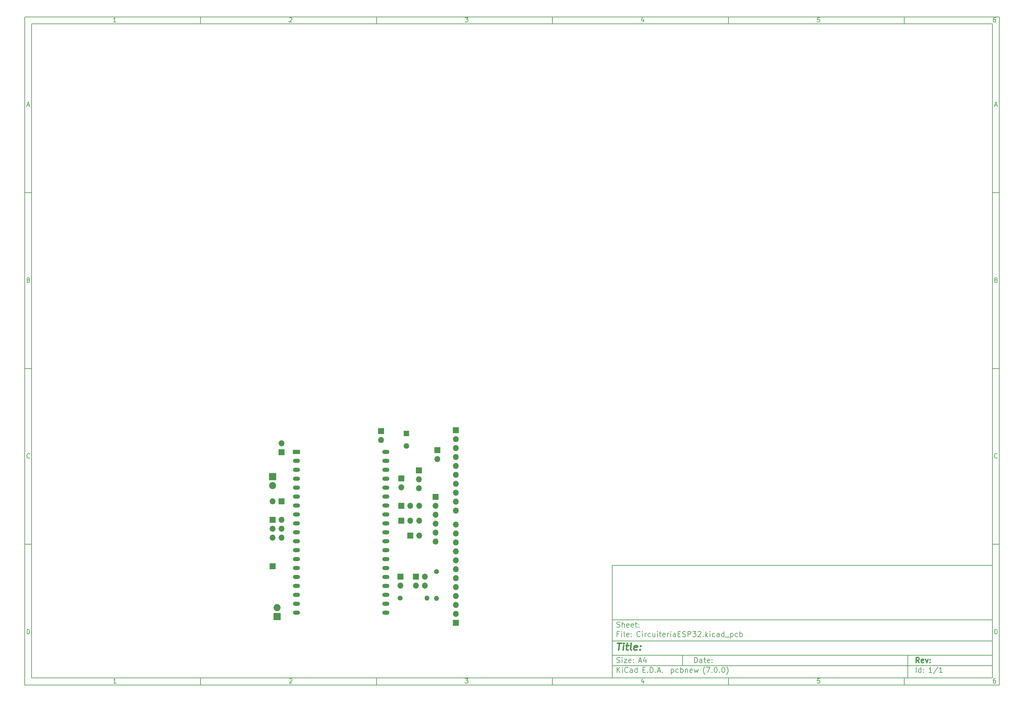
<source format=gbr>
%TF.GenerationSoftware,KiCad,Pcbnew,(7.0.0)*%
%TF.CreationDate,2023-05-17T11:18:48+02:00*%
%TF.ProjectId,CircuiteriaESP32,43697263-7569-4746-9572-696145535033,rev?*%
%TF.SameCoordinates,Original*%
%TF.FileFunction,Soldermask,Bot*%
%TF.FilePolarity,Negative*%
%FSLAX46Y46*%
G04 Gerber Fmt 4.6, Leading zero omitted, Abs format (unit mm)*
G04 Created by KiCad (PCBNEW (7.0.0)) date 2023-05-17 11:18:48*
%MOMM*%
%LPD*%
G01*
G04 APERTURE LIST*
%ADD10C,0.100000*%
%ADD11C,0.150000*%
%ADD12C,0.300000*%
%ADD13C,0.400000*%
%ADD14R,1.700000X1.700000*%
%ADD15O,1.700000X1.700000*%
%ADD16C,1.400000*%
%ADD17O,1.400000X1.400000*%
%ADD18R,2.000000X2.000000*%
%ADD19O,2.000000X2.000000*%
%ADD20R,1.600000X1.600000*%
%ADD21C,1.600000*%
%ADD22R,2.000000X1.200000*%
%ADD23O,2.000000X1.200000*%
G04 APERTURE END LIST*
D10*
D11*
X177002200Y-166007200D02*
X285002200Y-166007200D01*
X285002200Y-198007200D01*
X177002200Y-198007200D01*
X177002200Y-166007200D01*
D10*
D11*
X10000000Y-10000000D02*
X287002200Y-10000000D01*
X287002200Y-200007200D01*
X10000000Y-200007200D01*
X10000000Y-10000000D01*
D10*
D11*
X12000000Y-12000000D02*
X285002200Y-12000000D01*
X285002200Y-198007200D01*
X12000000Y-198007200D01*
X12000000Y-12000000D01*
D10*
D11*
X60000000Y-12000000D02*
X60000000Y-10000000D01*
D10*
D11*
X110000000Y-12000000D02*
X110000000Y-10000000D01*
D10*
D11*
X160000000Y-12000000D02*
X160000000Y-10000000D01*
D10*
D11*
X210000000Y-12000000D02*
X210000000Y-10000000D01*
D10*
D11*
X260000000Y-12000000D02*
X260000000Y-10000000D01*
D10*
D11*
X35990476Y-11477595D02*
X35247619Y-11477595D01*
X35619047Y-11477595D02*
X35619047Y-10177595D01*
X35619047Y-10177595D02*
X35495238Y-10363309D01*
X35495238Y-10363309D02*
X35371428Y-10487119D01*
X35371428Y-10487119D02*
X35247619Y-10549023D01*
D10*
D11*
X85247619Y-10301404D02*
X85309523Y-10239500D01*
X85309523Y-10239500D02*
X85433333Y-10177595D01*
X85433333Y-10177595D02*
X85742857Y-10177595D01*
X85742857Y-10177595D02*
X85866666Y-10239500D01*
X85866666Y-10239500D02*
X85928571Y-10301404D01*
X85928571Y-10301404D02*
X85990476Y-10425214D01*
X85990476Y-10425214D02*
X85990476Y-10549023D01*
X85990476Y-10549023D02*
X85928571Y-10734738D01*
X85928571Y-10734738D02*
X85185714Y-11477595D01*
X85185714Y-11477595D02*
X85990476Y-11477595D01*
D10*
D11*
X135185714Y-10177595D02*
X135990476Y-10177595D01*
X135990476Y-10177595D02*
X135557142Y-10672833D01*
X135557142Y-10672833D02*
X135742857Y-10672833D01*
X135742857Y-10672833D02*
X135866666Y-10734738D01*
X135866666Y-10734738D02*
X135928571Y-10796642D01*
X135928571Y-10796642D02*
X135990476Y-10920452D01*
X135990476Y-10920452D02*
X135990476Y-11229976D01*
X135990476Y-11229976D02*
X135928571Y-11353785D01*
X135928571Y-11353785D02*
X135866666Y-11415690D01*
X135866666Y-11415690D02*
X135742857Y-11477595D01*
X135742857Y-11477595D02*
X135371428Y-11477595D01*
X135371428Y-11477595D02*
X135247619Y-11415690D01*
X135247619Y-11415690D02*
X135185714Y-11353785D01*
D10*
D11*
X185866666Y-10610928D02*
X185866666Y-11477595D01*
X185557142Y-10115690D02*
X185247619Y-11044261D01*
X185247619Y-11044261D02*
X186052380Y-11044261D01*
D10*
D11*
X235928571Y-10177595D02*
X235309523Y-10177595D01*
X235309523Y-10177595D02*
X235247619Y-10796642D01*
X235247619Y-10796642D02*
X235309523Y-10734738D01*
X235309523Y-10734738D02*
X235433333Y-10672833D01*
X235433333Y-10672833D02*
X235742857Y-10672833D01*
X235742857Y-10672833D02*
X235866666Y-10734738D01*
X235866666Y-10734738D02*
X235928571Y-10796642D01*
X235928571Y-10796642D02*
X235990476Y-10920452D01*
X235990476Y-10920452D02*
X235990476Y-11229976D01*
X235990476Y-11229976D02*
X235928571Y-11353785D01*
X235928571Y-11353785D02*
X235866666Y-11415690D01*
X235866666Y-11415690D02*
X235742857Y-11477595D01*
X235742857Y-11477595D02*
X235433333Y-11477595D01*
X235433333Y-11477595D02*
X235309523Y-11415690D01*
X235309523Y-11415690D02*
X235247619Y-11353785D01*
D10*
D11*
X285866666Y-10177595D02*
X285619047Y-10177595D01*
X285619047Y-10177595D02*
X285495238Y-10239500D01*
X285495238Y-10239500D02*
X285433333Y-10301404D01*
X285433333Y-10301404D02*
X285309523Y-10487119D01*
X285309523Y-10487119D02*
X285247619Y-10734738D01*
X285247619Y-10734738D02*
X285247619Y-11229976D01*
X285247619Y-11229976D02*
X285309523Y-11353785D01*
X285309523Y-11353785D02*
X285371428Y-11415690D01*
X285371428Y-11415690D02*
X285495238Y-11477595D01*
X285495238Y-11477595D02*
X285742857Y-11477595D01*
X285742857Y-11477595D02*
X285866666Y-11415690D01*
X285866666Y-11415690D02*
X285928571Y-11353785D01*
X285928571Y-11353785D02*
X285990476Y-11229976D01*
X285990476Y-11229976D02*
X285990476Y-10920452D01*
X285990476Y-10920452D02*
X285928571Y-10796642D01*
X285928571Y-10796642D02*
X285866666Y-10734738D01*
X285866666Y-10734738D02*
X285742857Y-10672833D01*
X285742857Y-10672833D02*
X285495238Y-10672833D01*
X285495238Y-10672833D02*
X285371428Y-10734738D01*
X285371428Y-10734738D02*
X285309523Y-10796642D01*
X285309523Y-10796642D02*
X285247619Y-10920452D01*
D10*
D11*
X60000000Y-198007200D02*
X60000000Y-200007200D01*
D10*
D11*
X110000000Y-198007200D02*
X110000000Y-200007200D01*
D10*
D11*
X160000000Y-198007200D02*
X160000000Y-200007200D01*
D10*
D11*
X210000000Y-198007200D02*
X210000000Y-200007200D01*
D10*
D11*
X260000000Y-198007200D02*
X260000000Y-200007200D01*
D10*
D11*
X35990476Y-199484795D02*
X35247619Y-199484795D01*
X35619047Y-199484795D02*
X35619047Y-198184795D01*
X35619047Y-198184795D02*
X35495238Y-198370509D01*
X35495238Y-198370509D02*
X35371428Y-198494319D01*
X35371428Y-198494319D02*
X35247619Y-198556223D01*
D10*
D11*
X85247619Y-198308604D02*
X85309523Y-198246700D01*
X85309523Y-198246700D02*
X85433333Y-198184795D01*
X85433333Y-198184795D02*
X85742857Y-198184795D01*
X85742857Y-198184795D02*
X85866666Y-198246700D01*
X85866666Y-198246700D02*
X85928571Y-198308604D01*
X85928571Y-198308604D02*
X85990476Y-198432414D01*
X85990476Y-198432414D02*
X85990476Y-198556223D01*
X85990476Y-198556223D02*
X85928571Y-198741938D01*
X85928571Y-198741938D02*
X85185714Y-199484795D01*
X85185714Y-199484795D02*
X85990476Y-199484795D01*
D10*
D11*
X135185714Y-198184795D02*
X135990476Y-198184795D01*
X135990476Y-198184795D02*
X135557142Y-198680033D01*
X135557142Y-198680033D02*
X135742857Y-198680033D01*
X135742857Y-198680033D02*
X135866666Y-198741938D01*
X135866666Y-198741938D02*
X135928571Y-198803842D01*
X135928571Y-198803842D02*
X135990476Y-198927652D01*
X135990476Y-198927652D02*
X135990476Y-199237176D01*
X135990476Y-199237176D02*
X135928571Y-199360985D01*
X135928571Y-199360985D02*
X135866666Y-199422890D01*
X135866666Y-199422890D02*
X135742857Y-199484795D01*
X135742857Y-199484795D02*
X135371428Y-199484795D01*
X135371428Y-199484795D02*
X135247619Y-199422890D01*
X135247619Y-199422890D02*
X135185714Y-199360985D01*
D10*
D11*
X185866666Y-198618128D02*
X185866666Y-199484795D01*
X185557142Y-198122890D02*
X185247619Y-199051461D01*
X185247619Y-199051461D02*
X186052380Y-199051461D01*
D10*
D11*
X235928571Y-198184795D02*
X235309523Y-198184795D01*
X235309523Y-198184795D02*
X235247619Y-198803842D01*
X235247619Y-198803842D02*
X235309523Y-198741938D01*
X235309523Y-198741938D02*
X235433333Y-198680033D01*
X235433333Y-198680033D02*
X235742857Y-198680033D01*
X235742857Y-198680033D02*
X235866666Y-198741938D01*
X235866666Y-198741938D02*
X235928571Y-198803842D01*
X235928571Y-198803842D02*
X235990476Y-198927652D01*
X235990476Y-198927652D02*
X235990476Y-199237176D01*
X235990476Y-199237176D02*
X235928571Y-199360985D01*
X235928571Y-199360985D02*
X235866666Y-199422890D01*
X235866666Y-199422890D02*
X235742857Y-199484795D01*
X235742857Y-199484795D02*
X235433333Y-199484795D01*
X235433333Y-199484795D02*
X235309523Y-199422890D01*
X235309523Y-199422890D02*
X235247619Y-199360985D01*
D10*
D11*
X285866666Y-198184795D02*
X285619047Y-198184795D01*
X285619047Y-198184795D02*
X285495238Y-198246700D01*
X285495238Y-198246700D02*
X285433333Y-198308604D01*
X285433333Y-198308604D02*
X285309523Y-198494319D01*
X285309523Y-198494319D02*
X285247619Y-198741938D01*
X285247619Y-198741938D02*
X285247619Y-199237176D01*
X285247619Y-199237176D02*
X285309523Y-199360985D01*
X285309523Y-199360985D02*
X285371428Y-199422890D01*
X285371428Y-199422890D02*
X285495238Y-199484795D01*
X285495238Y-199484795D02*
X285742857Y-199484795D01*
X285742857Y-199484795D02*
X285866666Y-199422890D01*
X285866666Y-199422890D02*
X285928571Y-199360985D01*
X285928571Y-199360985D02*
X285990476Y-199237176D01*
X285990476Y-199237176D02*
X285990476Y-198927652D01*
X285990476Y-198927652D02*
X285928571Y-198803842D01*
X285928571Y-198803842D02*
X285866666Y-198741938D01*
X285866666Y-198741938D02*
X285742857Y-198680033D01*
X285742857Y-198680033D02*
X285495238Y-198680033D01*
X285495238Y-198680033D02*
X285371428Y-198741938D01*
X285371428Y-198741938D02*
X285309523Y-198803842D01*
X285309523Y-198803842D02*
X285247619Y-198927652D01*
D10*
D11*
X10000000Y-60000000D02*
X12000000Y-60000000D01*
D10*
D11*
X10000000Y-110000000D02*
X12000000Y-110000000D01*
D10*
D11*
X10000000Y-160000000D02*
X12000000Y-160000000D01*
D10*
D11*
X10690476Y-35106166D02*
X11309523Y-35106166D01*
X10566666Y-35477595D02*
X10999999Y-34177595D01*
X10999999Y-34177595D02*
X11433333Y-35477595D01*
D10*
D11*
X11092857Y-84796642D02*
X11278571Y-84858547D01*
X11278571Y-84858547D02*
X11340476Y-84920452D01*
X11340476Y-84920452D02*
X11402380Y-85044261D01*
X11402380Y-85044261D02*
X11402380Y-85229976D01*
X11402380Y-85229976D02*
X11340476Y-85353785D01*
X11340476Y-85353785D02*
X11278571Y-85415690D01*
X11278571Y-85415690D02*
X11154761Y-85477595D01*
X11154761Y-85477595D02*
X10659523Y-85477595D01*
X10659523Y-85477595D02*
X10659523Y-84177595D01*
X10659523Y-84177595D02*
X11092857Y-84177595D01*
X11092857Y-84177595D02*
X11216666Y-84239500D01*
X11216666Y-84239500D02*
X11278571Y-84301404D01*
X11278571Y-84301404D02*
X11340476Y-84425214D01*
X11340476Y-84425214D02*
X11340476Y-84549023D01*
X11340476Y-84549023D02*
X11278571Y-84672833D01*
X11278571Y-84672833D02*
X11216666Y-84734738D01*
X11216666Y-84734738D02*
X11092857Y-84796642D01*
X11092857Y-84796642D02*
X10659523Y-84796642D01*
D10*
D11*
X11402380Y-135353785D02*
X11340476Y-135415690D01*
X11340476Y-135415690D02*
X11154761Y-135477595D01*
X11154761Y-135477595D02*
X11030952Y-135477595D01*
X11030952Y-135477595D02*
X10845238Y-135415690D01*
X10845238Y-135415690D02*
X10721428Y-135291880D01*
X10721428Y-135291880D02*
X10659523Y-135168071D01*
X10659523Y-135168071D02*
X10597619Y-134920452D01*
X10597619Y-134920452D02*
X10597619Y-134734738D01*
X10597619Y-134734738D02*
X10659523Y-134487119D01*
X10659523Y-134487119D02*
X10721428Y-134363309D01*
X10721428Y-134363309D02*
X10845238Y-134239500D01*
X10845238Y-134239500D02*
X11030952Y-134177595D01*
X11030952Y-134177595D02*
X11154761Y-134177595D01*
X11154761Y-134177595D02*
X11340476Y-134239500D01*
X11340476Y-134239500D02*
X11402380Y-134301404D01*
D10*
D11*
X10659523Y-185477595D02*
X10659523Y-184177595D01*
X10659523Y-184177595D02*
X10969047Y-184177595D01*
X10969047Y-184177595D02*
X11154761Y-184239500D01*
X11154761Y-184239500D02*
X11278571Y-184363309D01*
X11278571Y-184363309D02*
X11340476Y-184487119D01*
X11340476Y-184487119D02*
X11402380Y-184734738D01*
X11402380Y-184734738D02*
X11402380Y-184920452D01*
X11402380Y-184920452D02*
X11340476Y-185168071D01*
X11340476Y-185168071D02*
X11278571Y-185291880D01*
X11278571Y-185291880D02*
X11154761Y-185415690D01*
X11154761Y-185415690D02*
X10969047Y-185477595D01*
X10969047Y-185477595D02*
X10659523Y-185477595D01*
D10*
D11*
X287002200Y-60000000D02*
X285002200Y-60000000D01*
D10*
D11*
X287002200Y-110000000D02*
X285002200Y-110000000D01*
D10*
D11*
X287002200Y-160000000D02*
X285002200Y-160000000D01*
D10*
D11*
X285692676Y-35106166D02*
X286311723Y-35106166D01*
X285568866Y-35477595D02*
X286002199Y-34177595D01*
X286002199Y-34177595D02*
X286435533Y-35477595D01*
D10*
D11*
X286095057Y-84796642D02*
X286280771Y-84858547D01*
X286280771Y-84858547D02*
X286342676Y-84920452D01*
X286342676Y-84920452D02*
X286404580Y-85044261D01*
X286404580Y-85044261D02*
X286404580Y-85229976D01*
X286404580Y-85229976D02*
X286342676Y-85353785D01*
X286342676Y-85353785D02*
X286280771Y-85415690D01*
X286280771Y-85415690D02*
X286156961Y-85477595D01*
X286156961Y-85477595D02*
X285661723Y-85477595D01*
X285661723Y-85477595D02*
X285661723Y-84177595D01*
X285661723Y-84177595D02*
X286095057Y-84177595D01*
X286095057Y-84177595D02*
X286218866Y-84239500D01*
X286218866Y-84239500D02*
X286280771Y-84301404D01*
X286280771Y-84301404D02*
X286342676Y-84425214D01*
X286342676Y-84425214D02*
X286342676Y-84549023D01*
X286342676Y-84549023D02*
X286280771Y-84672833D01*
X286280771Y-84672833D02*
X286218866Y-84734738D01*
X286218866Y-84734738D02*
X286095057Y-84796642D01*
X286095057Y-84796642D02*
X285661723Y-84796642D01*
D10*
D11*
X286404580Y-135353785D02*
X286342676Y-135415690D01*
X286342676Y-135415690D02*
X286156961Y-135477595D01*
X286156961Y-135477595D02*
X286033152Y-135477595D01*
X286033152Y-135477595D02*
X285847438Y-135415690D01*
X285847438Y-135415690D02*
X285723628Y-135291880D01*
X285723628Y-135291880D02*
X285661723Y-135168071D01*
X285661723Y-135168071D02*
X285599819Y-134920452D01*
X285599819Y-134920452D02*
X285599819Y-134734738D01*
X285599819Y-134734738D02*
X285661723Y-134487119D01*
X285661723Y-134487119D02*
X285723628Y-134363309D01*
X285723628Y-134363309D02*
X285847438Y-134239500D01*
X285847438Y-134239500D02*
X286033152Y-134177595D01*
X286033152Y-134177595D02*
X286156961Y-134177595D01*
X286156961Y-134177595D02*
X286342676Y-134239500D01*
X286342676Y-134239500D02*
X286404580Y-134301404D01*
D10*
D11*
X285661723Y-185477595D02*
X285661723Y-184177595D01*
X285661723Y-184177595D02*
X285971247Y-184177595D01*
X285971247Y-184177595D02*
X286156961Y-184239500D01*
X286156961Y-184239500D02*
X286280771Y-184363309D01*
X286280771Y-184363309D02*
X286342676Y-184487119D01*
X286342676Y-184487119D02*
X286404580Y-184734738D01*
X286404580Y-184734738D02*
X286404580Y-184920452D01*
X286404580Y-184920452D02*
X286342676Y-185168071D01*
X286342676Y-185168071D02*
X286280771Y-185291880D01*
X286280771Y-185291880D02*
X286156961Y-185415690D01*
X286156961Y-185415690D02*
X285971247Y-185477595D01*
X285971247Y-185477595D02*
X285661723Y-185477595D01*
D10*
D11*
X200359342Y-193658271D02*
X200359342Y-192158271D01*
X200359342Y-192158271D02*
X200716485Y-192158271D01*
X200716485Y-192158271D02*
X200930771Y-192229700D01*
X200930771Y-192229700D02*
X201073628Y-192372557D01*
X201073628Y-192372557D02*
X201145057Y-192515414D01*
X201145057Y-192515414D02*
X201216485Y-192801128D01*
X201216485Y-192801128D02*
X201216485Y-193015414D01*
X201216485Y-193015414D02*
X201145057Y-193301128D01*
X201145057Y-193301128D02*
X201073628Y-193443985D01*
X201073628Y-193443985D02*
X200930771Y-193586842D01*
X200930771Y-193586842D02*
X200716485Y-193658271D01*
X200716485Y-193658271D02*
X200359342Y-193658271D01*
X202502200Y-193658271D02*
X202502200Y-192872557D01*
X202502200Y-192872557D02*
X202430771Y-192729700D01*
X202430771Y-192729700D02*
X202287914Y-192658271D01*
X202287914Y-192658271D02*
X202002200Y-192658271D01*
X202002200Y-192658271D02*
X201859342Y-192729700D01*
X202502200Y-193586842D02*
X202359342Y-193658271D01*
X202359342Y-193658271D02*
X202002200Y-193658271D01*
X202002200Y-193658271D02*
X201859342Y-193586842D01*
X201859342Y-193586842D02*
X201787914Y-193443985D01*
X201787914Y-193443985D02*
X201787914Y-193301128D01*
X201787914Y-193301128D02*
X201859342Y-193158271D01*
X201859342Y-193158271D02*
X202002200Y-193086842D01*
X202002200Y-193086842D02*
X202359342Y-193086842D01*
X202359342Y-193086842D02*
X202502200Y-193015414D01*
X203002200Y-192658271D02*
X203573628Y-192658271D01*
X203216485Y-192158271D02*
X203216485Y-193443985D01*
X203216485Y-193443985D02*
X203287914Y-193586842D01*
X203287914Y-193586842D02*
X203430771Y-193658271D01*
X203430771Y-193658271D02*
X203573628Y-193658271D01*
X204645057Y-193586842D02*
X204502200Y-193658271D01*
X204502200Y-193658271D02*
X204216486Y-193658271D01*
X204216486Y-193658271D02*
X204073628Y-193586842D01*
X204073628Y-193586842D02*
X204002200Y-193443985D01*
X204002200Y-193443985D02*
X204002200Y-192872557D01*
X204002200Y-192872557D02*
X204073628Y-192729700D01*
X204073628Y-192729700D02*
X204216486Y-192658271D01*
X204216486Y-192658271D02*
X204502200Y-192658271D01*
X204502200Y-192658271D02*
X204645057Y-192729700D01*
X204645057Y-192729700D02*
X204716486Y-192872557D01*
X204716486Y-192872557D02*
X204716486Y-193015414D01*
X204716486Y-193015414D02*
X204002200Y-193158271D01*
X205359342Y-193515414D02*
X205430771Y-193586842D01*
X205430771Y-193586842D02*
X205359342Y-193658271D01*
X205359342Y-193658271D02*
X205287914Y-193586842D01*
X205287914Y-193586842D02*
X205359342Y-193515414D01*
X205359342Y-193515414D02*
X205359342Y-193658271D01*
X205359342Y-192729700D02*
X205430771Y-192801128D01*
X205430771Y-192801128D02*
X205359342Y-192872557D01*
X205359342Y-192872557D02*
X205287914Y-192801128D01*
X205287914Y-192801128D02*
X205359342Y-192729700D01*
X205359342Y-192729700D02*
X205359342Y-192872557D01*
D10*
D11*
X177002200Y-194507200D02*
X285002200Y-194507200D01*
D10*
D11*
X178359342Y-196458271D02*
X178359342Y-194958271D01*
X179216485Y-196458271D02*
X178573628Y-195601128D01*
X179216485Y-194958271D02*
X178359342Y-195815414D01*
X179859342Y-196458271D02*
X179859342Y-195458271D01*
X179859342Y-194958271D02*
X179787914Y-195029700D01*
X179787914Y-195029700D02*
X179859342Y-195101128D01*
X179859342Y-195101128D02*
X179930771Y-195029700D01*
X179930771Y-195029700D02*
X179859342Y-194958271D01*
X179859342Y-194958271D02*
X179859342Y-195101128D01*
X181430771Y-196315414D02*
X181359343Y-196386842D01*
X181359343Y-196386842D02*
X181145057Y-196458271D01*
X181145057Y-196458271D02*
X181002200Y-196458271D01*
X181002200Y-196458271D02*
X180787914Y-196386842D01*
X180787914Y-196386842D02*
X180645057Y-196243985D01*
X180645057Y-196243985D02*
X180573628Y-196101128D01*
X180573628Y-196101128D02*
X180502200Y-195815414D01*
X180502200Y-195815414D02*
X180502200Y-195601128D01*
X180502200Y-195601128D02*
X180573628Y-195315414D01*
X180573628Y-195315414D02*
X180645057Y-195172557D01*
X180645057Y-195172557D02*
X180787914Y-195029700D01*
X180787914Y-195029700D02*
X181002200Y-194958271D01*
X181002200Y-194958271D02*
X181145057Y-194958271D01*
X181145057Y-194958271D02*
X181359343Y-195029700D01*
X181359343Y-195029700D02*
X181430771Y-195101128D01*
X182716486Y-196458271D02*
X182716486Y-195672557D01*
X182716486Y-195672557D02*
X182645057Y-195529700D01*
X182645057Y-195529700D02*
X182502200Y-195458271D01*
X182502200Y-195458271D02*
X182216486Y-195458271D01*
X182216486Y-195458271D02*
X182073628Y-195529700D01*
X182716486Y-196386842D02*
X182573628Y-196458271D01*
X182573628Y-196458271D02*
X182216486Y-196458271D01*
X182216486Y-196458271D02*
X182073628Y-196386842D01*
X182073628Y-196386842D02*
X182002200Y-196243985D01*
X182002200Y-196243985D02*
X182002200Y-196101128D01*
X182002200Y-196101128D02*
X182073628Y-195958271D01*
X182073628Y-195958271D02*
X182216486Y-195886842D01*
X182216486Y-195886842D02*
X182573628Y-195886842D01*
X182573628Y-195886842D02*
X182716486Y-195815414D01*
X184073629Y-196458271D02*
X184073629Y-194958271D01*
X184073629Y-196386842D02*
X183930771Y-196458271D01*
X183930771Y-196458271D02*
X183645057Y-196458271D01*
X183645057Y-196458271D02*
X183502200Y-196386842D01*
X183502200Y-196386842D02*
X183430771Y-196315414D01*
X183430771Y-196315414D02*
X183359343Y-196172557D01*
X183359343Y-196172557D02*
X183359343Y-195743985D01*
X183359343Y-195743985D02*
X183430771Y-195601128D01*
X183430771Y-195601128D02*
X183502200Y-195529700D01*
X183502200Y-195529700D02*
X183645057Y-195458271D01*
X183645057Y-195458271D02*
X183930771Y-195458271D01*
X183930771Y-195458271D02*
X184073629Y-195529700D01*
X185687914Y-195672557D02*
X186187914Y-195672557D01*
X186402200Y-196458271D02*
X185687914Y-196458271D01*
X185687914Y-196458271D02*
X185687914Y-194958271D01*
X185687914Y-194958271D02*
X186402200Y-194958271D01*
X187045057Y-196315414D02*
X187116486Y-196386842D01*
X187116486Y-196386842D02*
X187045057Y-196458271D01*
X187045057Y-196458271D02*
X186973629Y-196386842D01*
X186973629Y-196386842D02*
X187045057Y-196315414D01*
X187045057Y-196315414D02*
X187045057Y-196458271D01*
X187759343Y-196458271D02*
X187759343Y-194958271D01*
X187759343Y-194958271D02*
X188116486Y-194958271D01*
X188116486Y-194958271D02*
X188330772Y-195029700D01*
X188330772Y-195029700D02*
X188473629Y-195172557D01*
X188473629Y-195172557D02*
X188545058Y-195315414D01*
X188545058Y-195315414D02*
X188616486Y-195601128D01*
X188616486Y-195601128D02*
X188616486Y-195815414D01*
X188616486Y-195815414D02*
X188545058Y-196101128D01*
X188545058Y-196101128D02*
X188473629Y-196243985D01*
X188473629Y-196243985D02*
X188330772Y-196386842D01*
X188330772Y-196386842D02*
X188116486Y-196458271D01*
X188116486Y-196458271D02*
X187759343Y-196458271D01*
X189259343Y-196315414D02*
X189330772Y-196386842D01*
X189330772Y-196386842D02*
X189259343Y-196458271D01*
X189259343Y-196458271D02*
X189187915Y-196386842D01*
X189187915Y-196386842D02*
X189259343Y-196315414D01*
X189259343Y-196315414D02*
X189259343Y-196458271D01*
X189902201Y-196029700D02*
X190616487Y-196029700D01*
X189759344Y-196458271D02*
X190259344Y-194958271D01*
X190259344Y-194958271D02*
X190759344Y-196458271D01*
X191259343Y-196315414D02*
X191330772Y-196386842D01*
X191330772Y-196386842D02*
X191259343Y-196458271D01*
X191259343Y-196458271D02*
X191187915Y-196386842D01*
X191187915Y-196386842D02*
X191259343Y-196315414D01*
X191259343Y-196315414D02*
X191259343Y-196458271D01*
X193773629Y-195458271D02*
X193773629Y-196958271D01*
X193773629Y-195529700D02*
X193916487Y-195458271D01*
X193916487Y-195458271D02*
X194202201Y-195458271D01*
X194202201Y-195458271D02*
X194345058Y-195529700D01*
X194345058Y-195529700D02*
X194416487Y-195601128D01*
X194416487Y-195601128D02*
X194487915Y-195743985D01*
X194487915Y-195743985D02*
X194487915Y-196172557D01*
X194487915Y-196172557D02*
X194416487Y-196315414D01*
X194416487Y-196315414D02*
X194345058Y-196386842D01*
X194345058Y-196386842D02*
X194202201Y-196458271D01*
X194202201Y-196458271D02*
X193916487Y-196458271D01*
X193916487Y-196458271D02*
X193773629Y-196386842D01*
X195773630Y-196386842D02*
X195630772Y-196458271D01*
X195630772Y-196458271D02*
X195345058Y-196458271D01*
X195345058Y-196458271D02*
X195202201Y-196386842D01*
X195202201Y-196386842D02*
X195130772Y-196315414D01*
X195130772Y-196315414D02*
X195059344Y-196172557D01*
X195059344Y-196172557D02*
X195059344Y-195743985D01*
X195059344Y-195743985D02*
X195130772Y-195601128D01*
X195130772Y-195601128D02*
X195202201Y-195529700D01*
X195202201Y-195529700D02*
X195345058Y-195458271D01*
X195345058Y-195458271D02*
X195630772Y-195458271D01*
X195630772Y-195458271D02*
X195773630Y-195529700D01*
X196416486Y-196458271D02*
X196416486Y-194958271D01*
X196416486Y-195529700D02*
X196559344Y-195458271D01*
X196559344Y-195458271D02*
X196845058Y-195458271D01*
X196845058Y-195458271D02*
X196987915Y-195529700D01*
X196987915Y-195529700D02*
X197059344Y-195601128D01*
X197059344Y-195601128D02*
X197130772Y-195743985D01*
X197130772Y-195743985D02*
X197130772Y-196172557D01*
X197130772Y-196172557D02*
X197059344Y-196315414D01*
X197059344Y-196315414D02*
X196987915Y-196386842D01*
X196987915Y-196386842D02*
X196845058Y-196458271D01*
X196845058Y-196458271D02*
X196559344Y-196458271D01*
X196559344Y-196458271D02*
X196416486Y-196386842D01*
X197773629Y-195458271D02*
X197773629Y-196458271D01*
X197773629Y-195601128D02*
X197845058Y-195529700D01*
X197845058Y-195529700D02*
X197987915Y-195458271D01*
X197987915Y-195458271D02*
X198202201Y-195458271D01*
X198202201Y-195458271D02*
X198345058Y-195529700D01*
X198345058Y-195529700D02*
X198416487Y-195672557D01*
X198416487Y-195672557D02*
X198416487Y-196458271D01*
X199702201Y-196386842D02*
X199559344Y-196458271D01*
X199559344Y-196458271D02*
X199273630Y-196458271D01*
X199273630Y-196458271D02*
X199130772Y-196386842D01*
X199130772Y-196386842D02*
X199059344Y-196243985D01*
X199059344Y-196243985D02*
X199059344Y-195672557D01*
X199059344Y-195672557D02*
X199130772Y-195529700D01*
X199130772Y-195529700D02*
X199273630Y-195458271D01*
X199273630Y-195458271D02*
X199559344Y-195458271D01*
X199559344Y-195458271D02*
X199702201Y-195529700D01*
X199702201Y-195529700D02*
X199773630Y-195672557D01*
X199773630Y-195672557D02*
X199773630Y-195815414D01*
X199773630Y-195815414D02*
X199059344Y-195958271D01*
X200273629Y-195458271D02*
X200559344Y-196458271D01*
X200559344Y-196458271D02*
X200845058Y-195743985D01*
X200845058Y-195743985D02*
X201130772Y-196458271D01*
X201130772Y-196458271D02*
X201416486Y-195458271D01*
X203316487Y-197029700D02*
X203245058Y-196958271D01*
X203245058Y-196958271D02*
X203102201Y-196743985D01*
X203102201Y-196743985D02*
X203030773Y-196601128D01*
X203030773Y-196601128D02*
X202959344Y-196386842D01*
X202959344Y-196386842D02*
X202887915Y-196029700D01*
X202887915Y-196029700D02*
X202887915Y-195743985D01*
X202887915Y-195743985D02*
X202959344Y-195386842D01*
X202959344Y-195386842D02*
X203030773Y-195172557D01*
X203030773Y-195172557D02*
X203102201Y-195029700D01*
X203102201Y-195029700D02*
X203245058Y-194815414D01*
X203245058Y-194815414D02*
X203316487Y-194743985D01*
X203745058Y-194958271D02*
X204745058Y-194958271D01*
X204745058Y-194958271D02*
X204102201Y-196458271D01*
X205316486Y-196315414D02*
X205387915Y-196386842D01*
X205387915Y-196386842D02*
X205316486Y-196458271D01*
X205316486Y-196458271D02*
X205245058Y-196386842D01*
X205245058Y-196386842D02*
X205316486Y-196315414D01*
X205316486Y-196315414D02*
X205316486Y-196458271D01*
X206316487Y-194958271D02*
X206459344Y-194958271D01*
X206459344Y-194958271D02*
X206602201Y-195029700D01*
X206602201Y-195029700D02*
X206673630Y-195101128D01*
X206673630Y-195101128D02*
X206745058Y-195243985D01*
X206745058Y-195243985D02*
X206816487Y-195529700D01*
X206816487Y-195529700D02*
X206816487Y-195886842D01*
X206816487Y-195886842D02*
X206745058Y-196172557D01*
X206745058Y-196172557D02*
X206673630Y-196315414D01*
X206673630Y-196315414D02*
X206602201Y-196386842D01*
X206602201Y-196386842D02*
X206459344Y-196458271D01*
X206459344Y-196458271D02*
X206316487Y-196458271D01*
X206316487Y-196458271D02*
X206173630Y-196386842D01*
X206173630Y-196386842D02*
X206102201Y-196315414D01*
X206102201Y-196315414D02*
X206030772Y-196172557D01*
X206030772Y-196172557D02*
X205959344Y-195886842D01*
X205959344Y-195886842D02*
X205959344Y-195529700D01*
X205959344Y-195529700D02*
X206030772Y-195243985D01*
X206030772Y-195243985D02*
X206102201Y-195101128D01*
X206102201Y-195101128D02*
X206173630Y-195029700D01*
X206173630Y-195029700D02*
X206316487Y-194958271D01*
X207459343Y-196315414D02*
X207530772Y-196386842D01*
X207530772Y-196386842D02*
X207459343Y-196458271D01*
X207459343Y-196458271D02*
X207387915Y-196386842D01*
X207387915Y-196386842D02*
X207459343Y-196315414D01*
X207459343Y-196315414D02*
X207459343Y-196458271D01*
X208459344Y-194958271D02*
X208602201Y-194958271D01*
X208602201Y-194958271D02*
X208745058Y-195029700D01*
X208745058Y-195029700D02*
X208816487Y-195101128D01*
X208816487Y-195101128D02*
X208887915Y-195243985D01*
X208887915Y-195243985D02*
X208959344Y-195529700D01*
X208959344Y-195529700D02*
X208959344Y-195886842D01*
X208959344Y-195886842D02*
X208887915Y-196172557D01*
X208887915Y-196172557D02*
X208816487Y-196315414D01*
X208816487Y-196315414D02*
X208745058Y-196386842D01*
X208745058Y-196386842D02*
X208602201Y-196458271D01*
X208602201Y-196458271D02*
X208459344Y-196458271D01*
X208459344Y-196458271D02*
X208316487Y-196386842D01*
X208316487Y-196386842D02*
X208245058Y-196315414D01*
X208245058Y-196315414D02*
X208173629Y-196172557D01*
X208173629Y-196172557D02*
X208102201Y-195886842D01*
X208102201Y-195886842D02*
X208102201Y-195529700D01*
X208102201Y-195529700D02*
X208173629Y-195243985D01*
X208173629Y-195243985D02*
X208245058Y-195101128D01*
X208245058Y-195101128D02*
X208316487Y-195029700D01*
X208316487Y-195029700D02*
X208459344Y-194958271D01*
X209459343Y-197029700D02*
X209530772Y-196958271D01*
X209530772Y-196958271D02*
X209673629Y-196743985D01*
X209673629Y-196743985D02*
X209745058Y-196601128D01*
X209745058Y-196601128D02*
X209816486Y-196386842D01*
X209816486Y-196386842D02*
X209887915Y-196029700D01*
X209887915Y-196029700D02*
X209887915Y-195743985D01*
X209887915Y-195743985D02*
X209816486Y-195386842D01*
X209816486Y-195386842D02*
X209745058Y-195172557D01*
X209745058Y-195172557D02*
X209673629Y-195029700D01*
X209673629Y-195029700D02*
X209530772Y-194815414D01*
X209530772Y-194815414D02*
X209459343Y-194743985D01*
D10*
D11*
X177002200Y-191507200D02*
X285002200Y-191507200D01*
D10*
D12*
X264216485Y-193658271D02*
X263716485Y-192943985D01*
X263359342Y-193658271D02*
X263359342Y-192158271D01*
X263359342Y-192158271D02*
X263930771Y-192158271D01*
X263930771Y-192158271D02*
X264073628Y-192229700D01*
X264073628Y-192229700D02*
X264145057Y-192301128D01*
X264145057Y-192301128D02*
X264216485Y-192443985D01*
X264216485Y-192443985D02*
X264216485Y-192658271D01*
X264216485Y-192658271D02*
X264145057Y-192801128D01*
X264145057Y-192801128D02*
X264073628Y-192872557D01*
X264073628Y-192872557D02*
X263930771Y-192943985D01*
X263930771Y-192943985D02*
X263359342Y-192943985D01*
X265430771Y-193586842D02*
X265287914Y-193658271D01*
X265287914Y-193658271D02*
X265002200Y-193658271D01*
X265002200Y-193658271D02*
X264859342Y-193586842D01*
X264859342Y-193586842D02*
X264787914Y-193443985D01*
X264787914Y-193443985D02*
X264787914Y-192872557D01*
X264787914Y-192872557D02*
X264859342Y-192729700D01*
X264859342Y-192729700D02*
X265002200Y-192658271D01*
X265002200Y-192658271D02*
X265287914Y-192658271D01*
X265287914Y-192658271D02*
X265430771Y-192729700D01*
X265430771Y-192729700D02*
X265502200Y-192872557D01*
X265502200Y-192872557D02*
X265502200Y-193015414D01*
X265502200Y-193015414D02*
X264787914Y-193158271D01*
X266002199Y-192658271D02*
X266359342Y-193658271D01*
X266359342Y-193658271D02*
X266716485Y-192658271D01*
X267287913Y-193515414D02*
X267359342Y-193586842D01*
X267359342Y-193586842D02*
X267287913Y-193658271D01*
X267287913Y-193658271D02*
X267216485Y-193586842D01*
X267216485Y-193586842D02*
X267287913Y-193515414D01*
X267287913Y-193515414D02*
X267287913Y-193658271D01*
X267287913Y-192729700D02*
X267359342Y-192801128D01*
X267359342Y-192801128D02*
X267287913Y-192872557D01*
X267287913Y-192872557D02*
X267216485Y-192801128D01*
X267216485Y-192801128D02*
X267287913Y-192729700D01*
X267287913Y-192729700D02*
X267287913Y-192872557D01*
D10*
D11*
X178287914Y-193586842D02*
X178502200Y-193658271D01*
X178502200Y-193658271D02*
X178859342Y-193658271D01*
X178859342Y-193658271D02*
X179002200Y-193586842D01*
X179002200Y-193586842D02*
X179073628Y-193515414D01*
X179073628Y-193515414D02*
X179145057Y-193372557D01*
X179145057Y-193372557D02*
X179145057Y-193229700D01*
X179145057Y-193229700D02*
X179073628Y-193086842D01*
X179073628Y-193086842D02*
X179002200Y-193015414D01*
X179002200Y-193015414D02*
X178859342Y-192943985D01*
X178859342Y-192943985D02*
X178573628Y-192872557D01*
X178573628Y-192872557D02*
X178430771Y-192801128D01*
X178430771Y-192801128D02*
X178359342Y-192729700D01*
X178359342Y-192729700D02*
X178287914Y-192586842D01*
X178287914Y-192586842D02*
X178287914Y-192443985D01*
X178287914Y-192443985D02*
X178359342Y-192301128D01*
X178359342Y-192301128D02*
X178430771Y-192229700D01*
X178430771Y-192229700D02*
X178573628Y-192158271D01*
X178573628Y-192158271D02*
X178930771Y-192158271D01*
X178930771Y-192158271D02*
X179145057Y-192229700D01*
X179787913Y-193658271D02*
X179787913Y-192658271D01*
X179787913Y-192158271D02*
X179716485Y-192229700D01*
X179716485Y-192229700D02*
X179787913Y-192301128D01*
X179787913Y-192301128D02*
X179859342Y-192229700D01*
X179859342Y-192229700D02*
X179787913Y-192158271D01*
X179787913Y-192158271D02*
X179787913Y-192301128D01*
X180359342Y-192658271D02*
X181145057Y-192658271D01*
X181145057Y-192658271D02*
X180359342Y-193658271D01*
X180359342Y-193658271D02*
X181145057Y-193658271D01*
X182287914Y-193586842D02*
X182145057Y-193658271D01*
X182145057Y-193658271D02*
X181859343Y-193658271D01*
X181859343Y-193658271D02*
X181716485Y-193586842D01*
X181716485Y-193586842D02*
X181645057Y-193443985D01*
X181645057Y-193443985D02*
X181645057Y-192872557D01*
X181645057Y-192872557D02*
X181716485Y-192729700D01*
X181716485Y-192729700D02*
X181859343Y-192658271D01*
X181859343Y-192658271D02*
X182145057Y-192658271D01*
X182145057Y-192658271D02*
X182287914Y-192729700D01*
X182287914Y-192729700D02*
X182359343Y-192872557D01*
X182359343Y-192872557D02*
X182359343Y-193015414D01*
X182359343Y-193015414D02*
X181645057Y-193158271D01*
X183002199Y-193515414D02*
X183073628Y-193586842D01*
X183073628Y-193586842D02*
X183002199Y-193658271D01*
X183002199Y-193658271D02*
X182930771Y-193586842D01*
X182930771Y-193586842D02*
X183002199Y-193515414D01*
X183002199Y-193515414D02*
X183002199Y-193658271D01*
X183002199Y-192729700D02*
X183073628Y-192801128D01*
X183073628Y-192801128D02*
X183002199Y-192872557D01*
X183002199Y-192872557D02*
X182930771Y-192801128D01*
X182930771Y-192801128D02*
X183002199Y-192729700D01*
X183002199Y-192729700D02*
X183002199Y-192872557D01*
X184545057Y-193229700D02*
X185259343Y-193229700D01*
X184402200Y-193658271D02*
X184902200Y-192158271D01*
X184902200Y-192158271D02*
X185402200Y-193658271D01*
X186545057Y-192658271D02*
X186545057Y-193658271D01*
X186187914Y-192086842D02*
X185830771Y-193158271D01*
X185830771Y-193158271D02*
X186759342Y-193158271D01*
D10*
D11*
X263359342Y-196458271D02*
X263359342Y-194958271D01*
X264716486Y-196458271D02*
X264716486Y-194958271D01*
X264716486Y-196386842D02*
X264573628Y-196458271D01*
X264573628Y-196458271D02*
X264287914Y-196458271D01*
X264287914Y-196458271D02*
X264145057Y-196386842D01*
X264145057Y-196386842D02*
X264073628Y-196315414D01*
X264073628Y-196315414D02*
X264002200Y-196172557D01*
X264002200Y-196172557D02*
X264002200Y-195743985D01*
X264002200Y-195743985D02*
X264073628Y-195601128D01*
X264073628Y-195601128D02*
X264145057Y-195529700D01*
X264145057Y-195529700D02*
X264287914Y-195458271D01*
X264287914Y-195458271D02*
X264573628Y-195458271D01*
X264573628Y-195458271D02*
X264716486Y-195529700D01*
X265430771Y-196315414D02*
X265502200Y-196386842D01*
X265502200Y-196386842D02*
X265430771Y-196458271D01*
X265430771Y-196458271D02*
X265359343Y-196386842D01*
X265359343Y-196386842D02*
X265430771Y-196315414D01*
X265430771Y-196315414D02*
X265430771Y-196458271D01*
X265430771Y-195529700D02*
X265502200Y-195601128D01*
X265502200Y-195601128D02*
X265430771Y-195672557D01*
X265430771Y-195672557D02*
X265359343Y-195601128D01*
X265359343Y-195601128D02*
X265430771Y-195529700D01*
X265430771Y-195529700D02*
X265430771Y-195672557D01*
X267830772Y-196458271D02*
X266973629Y-196458271D01*
X267402200Y-196458271D02*
X267402200Y-194958271D01*
X267402200Y-194958271D02*
X267259343Y-195172557D01*
X267259343Y-195172557D02*
X267116486Y-195315414D01*
X267116486Y-195315414D02*
X266973629Y-195386842D01*
X269545057Y-194886842D02*
X268259343Y-196815414D01*
X270830772Y-196458271D02*
X269973629Y-196458271D01*
X270402200Y-196458271D02*
X270402200Y-194958271D01*
X270402200Y-194958271D02*
X270259343Y-195172557D01*
X270259343Y-195172557D02*
X270116486Y-195315414D01*
X270116486Y-195315414D02*
X269973629Y-195386842D01*
D10*
D11*
X177002200Y-187507200D02*
X285002200Y-187507200D01*
D10*
D13*
X178454580Y-188041961D02*
X179597438Y-188041961D01*
X178776009Y-190041961D02*
X179026009Y-188041961D01*
X180014105Y-190041961D02*
X180180771Y-188708628D01*
X180264105Y-188041961D02*
X180156962Y-188137200D01*
X180156962Y-188137200D02*
X180240295Y-188232438D01*
X180240295Y-188232438D02*
X180347438Y-188137200D01*
X180347438Y-188137200D02*
X180264105Y-188041961D01*
X180264105Y-188041961D02*
X180240295Y-188232438D01*
X180847438Y-188708628D02*
X181609343Y-188708628D01*
X181216486Y-188041961D02*
X181002200Y-189756247D01*
X181002200Y-189756247D02*
X181073629Y-189946723D01*
X181073629Y-189946723D02*
X181252200Y-190041961D01*
X181252200Y-190041961D02*
X181442676Y-190041961D01*
X182395057Y-190041961D02*
X182216486Y-189946723D01*
X182216486Y-189946723D02*
X182145057Y-189756247D01*
X182145057Y-189756247D02*
X182359343Y-188041961D01*
X183930771Y-189946723D02*
X183728390Y-190041961D01*
X183728390Y-190041961D02*
X183347438Y-190041961D01*
X183347438Y-190041961D02*
X183168867Y-189946723D01*
X183168867Y-189946723D02*
X183097438Y-189756247D01*
X183097438Y-189756247D02*
X183192676Y-188994342D01*
X183192676Y-188994342D02*
X183311724Y-188803866D01*
X183311724Y-188803866D02*
X183514105Y-188708628D01*
X183514105Y-188708628D02*
X183895057Y-188708628D01*
X183895057Y-188708628D02*
X184073628Y-188803866D01*
X184073628Y-188803866D02*
X184145057Y-188994342D01*
X184145057Y-188994342D02*
X184121247Y-189184819D01*
X184121247Y-189184819D02*
X183145057Y-189375295D01*
X184895057Y-189851485D02*
X184978391Y-189946723D01*
X184978391Y-189946723D02*
X184871248Y-190041961D01*
X184871248Y-190041961D02*
X184787914Y-189946723D01*
X184787914Y-189946723D02*
X184895057Y-189851485D01*
X184895057Y-189851485D02*
X184871248Y-190041961D01*
X185026010Y-188803866D02*
X185109343Y-188899104D01*
X185109343Y-188899104D02*
X185002200Y-188994342D01*
X185002200Y-188994342D02*
X184918867Y-188899104D01*
X184918867Y-188899104D02*
X185026010Y-188803866D01*
X185026010Y-188803866D02*
X185002200Y-188994342D01*
D10*
D11*
X178859342Y-185472557D02*
X178359342Y-185472557D01*
X178359342Y-186258271D02*
X178359342Y-184758271D01*
X178359342Y-184758271D02*
X179073628Y-184758271D01*
X179645056Y-186258271D02*
X179645056Y-185258271D01*
X179645056Y-184758271D02*
X179573628Y-184829700D01*
X179573628Y-184829700D02*
X179645056Y-184901128D01*
X179645056Y-184901128D02*
X179716485Y-184829700D01*
X179716485Y-184829700D02*
X179645056Y-184758271D01*
X179645056Y-184758271D02*
X179645056Y-184901128D01*
X180573628Y-186258271D02*
X180430771Y-186186842D01*
X180430771Y-186186842D02*
X180359342Y-186043985D01*
X180359342Y-186043985D02*
X180359342Y-184758271D01*
X181716485Y-186186842D02*
X181573628Y-186258271D01*
X181573628Y-186258271D02*
X181287914Y-186258271D01*
X181287914Y-186258271D02*
X181145056Y-186186842D01*
X181145056Y-186186842D02*
X181073628Y-186043985D01*
X181073628Y-186043985D02*
X181073628Y-185472557D01*
X181073628Y-185472557D02*
X181145056Y-185329700D01*
X181145056Y-185329700D02*
X181287914Y-185258271D01*
X181287914Y-185258271D02*
X181573628Y-185258271D01*
X181573628Y-185258271D02*
X181716485Y-185329700D01*
X181716485Y-185329700D02*
X181787914Y-185472557D01*
X181787914Y-185472557D02*
X181787914Y-185615414D01*
X181787914Y-185615414D02*
X181073628Y-185758271D01*
X182430770Y-186115414D02*
X182502199Y-186186842D01*
X182502199Y-186186842D02*
X182430770Y-186258271D01*
X182430770Y-186258271D02*
X182359342Y-186186842D01*
X182359342Y-186186842D02*
X182430770Y-186115414D01*
X182430770Y-186115414D02*
X182430770Y-186258271D01*
X182430770Y-185329700D02*
X182502199Y-185401128D01*
X182502199Y-185401128D02*
X182430770Y-185472557D01*
X182430770Y-185472557D02*
X182359342Y-185401128D01*
X182359342Y-185401128D02*
X182430770Y-185329700D01*
X182430770Y-185329700D02*
X182430770Y-185472557D01*
X184902199Y-186115414D02*
X184830771Y-186186842D01*
X184830771Y-186186842D02*
X184616485Y-186258271D01*
X184616485Y-186258271D02*
X184473628Y-186258271D01*
X184473628Y-186258271D02*
X184259342Y-186186842D01*
X184259342Y-186186842D02*
X184116485Y-186043985D01*
X184116485Y-186043985D02*
X184045056Y-185901128D01*
X184045056Y-185901128D02*
X183973628Y-185615414D01*
X183973628Y-185615414D02*
X183973628Y-185401128D01*
X183973628Y-185401128D02*
X184045056Y-185115414D01*
X184045056Y-185115414D02*
X184116485Y-184972557D01*
X184116485Y-184972557D02*
X184259342Y-184829700D01*
X184259342Y-184829700D02*
X184473628Y-184758271D01*
X184473628Y-184758271D02*
X184616485Y-184758271D01*
X184616485Y-184758271D02*
X184830771Y-184829700D01*
X184830771Y-184829700D02*
X184902199Y-184901128D01*
X185545056Y-186258271D02*
X185545056Y-185258271D01*
X185545056Y-184758271D02*
X185473628Y-184829700D01*
X185473628Y-184829700D02*
X185545056Y-184901128D01*
X185545056Y-184901128D02*
X185616485Y-184829700D01*
X185616485Y-184829700D02*
X185545056Y-184758271D01*
X185545056Y-184758271D02*
X185545056Y-184901128D01*
X186259342Y-186258271D02*
X186259342Y-185258271D01*
X186259342Y-185543985D02*
X186330771Y-185401128D01*
X186330771Y-185401128D02*
X186402200Y-185329700D01*
X186402200Y-185329700D02*
X186545057Y-185258271D01*
X186545057Y-185258271D02*
X186687914Y-185258271D01*
X187830771Y-186186842D02*
X187687913Y-186258271D01*
X187687913Y-186258271D02*
X187402199Y-186258271D01*
X187402199Y-186258271D02*
X187259342Y-186186842D01*
X187259342Y-186186842D02*
X187187913Y-186115414D01*
X187187913Y-186115414D02*
X187116485Y-185972557D01*
X187116485Y-185972557D02*
X187116485Y-185543985D01*
X187116485Y-185543985D02*
X187187913Y-185401128D01*
X187187913Y-185401128D02*
X187259342Y-185329700D01*
X187259342Y-185329700D02*
X187402199Y-185258271D01*
X187402199Y-185258271D02*
X187687913Y-185258271D01*
X187687913Y-185258271D02*
X187830771Y-185329700D01*
X189116485Y-185258271D02*
X189116485Y-186258271D01*
X188473627Y-185258271D02*
X188473627Y-186043985D01*
X188473627Y-186043985D02*
X188545056Y-186186842D01*
X188545056Y-186186842D02*
X188687913Y-186258271D01*
X188687913Y-186258271D02*
X188902199Y-186258271D01*
X188902199Y-186258271D02*
X189045056Y-186186842D01*
X189045056Y-186186842D02*
X189116485Y-186115414D01*
X189830770Y-186258271D02*
X189830770Y-185258271D01*
X189830770Y-184758271D02*
X189759342Y-184829700D01*
X189759342Y-184829700D02*
X189830770Y-184901128D01*
X189830770Y-184901128D02*
X189902199Y-184829700D01*
X189902199Y-184829700D02*
X189830770Y-184758271D01*
X189830770Y-184758271D02*
X189830770Y-184901128D01*
X190330771Y-185258271D02*
X190902199Y-185258271D01*
X190545056Y-184758271D02*
X190545056Y-186043985D01*
X190545056Y-186043985D02*
X190616485Y-186186842D01*
X190616485Y-186186842D02*
X190759342Y-186258271D01*
X190759342Y-186258271D02*
X190902199Y-186258271D01*
X191973628Y-186186842D02*
X191830771Y-186258271D01*
X191830771Y-186258271D02*
X191545057Y-186258271D01*
X191545057Y-186258271D02*
X191402199Y-186186842D01*
X191402199Y-186186842D02*
X191330771Y-186043985D01*
X191330771Y-186043985D02*
X191330771Y-185472557D01*
X191330771Y-185472557D02*
X191402199Y-185329700D01*
X191402199Y-185329700D02*
X191545057Y-185258271D01*
X191545057Y-185258271D02*
X191830771Y-185258271D01*
X191830771Y-185258271D02*
X191973628Y-185329700D01*
X191973628Y-185329700D02*
X192045057Y-185472557D01*
X192045057Y-185472557D02*
X192045057Y-185615414D01*
X192045057Y-185615414D02*
X191330771Y-185758271D01*
X192687913Y-186258271D02*
X192687913Y-185258271D01*
X192687913Y-185543985D02*
X192759342Y-185401128D01*
X192759342Y-185401128D02*
X192830771Y-185329700D01*
X192830771Y-185329700D02*
X192973628Y-185258271D01*
X192973628Y-185258271D02*
X193116485Y-185258271D01*
X193616484Y-186258271D02*
X193616484Y-185258271D01*
X193616484Y-184758271D02*
X193545056Y-184829700D01*
X193545056Y-184829700D02*
X193616484Y-184901128D01*
X193616484Y-184901128D02*
X193687913Y-184829700D01*
X193687913Y-184829700D02*
X193616484Y-184758271D01*
X193616484Y-184758271D02*
X193616484Y-184901128D01*
X194973628Y-186258271D02*
X194973628Y-185472557D01*
X194973628Y-185472557D02*
X194902199Y-185329700D01*
X194902199Y-185329700D02*
X194759342Y-185258271D01*
X194759342Y-185258271D02*
X194473628Y-185258271D01*
X194473628Y-185258271D02*
X194330770Y-185329700D01*
X194973628Y-186186842D02*
X194830770Y-186258271D01*
X194830770Y-186258271D02*
X194473628Y-186258271D01*
X194473628Y-186258271D02*
X194330770Y-186186842D01*
X194330770Y-186186842D02*
X194259342Y-186043985D01*
X194259342Y-186043985D02*
X194259342Y-185901128D01*
X194259342Y-185901128D02*
X194330770Y-185758271D01*
X194330770Y-185758271D02*
X194473628Y-185686842D01*
X194473628Y-185686842D02*
X194830770Y-185686842D01*
X194830770Y-185686842D02*
X194973628Y-185615414D01*
X195687913Y-185472557D02*
X196187913Y-185472557D01*
X196402199Y-186258271D02*
X195687913Y-186258271D01*
X195687913Y-186258271D02*
X195687913Y-184758271D01*
X195687913Y-184758271D02*
X196402199Y-184758271D01*
X196973628Y-186186842D02*
X197187914Y-186258271D01*
X197187914Y-186258271D02*
X197545056Y-186258271D01*
X197545056Y-186258271D02*
X197687914Y-186186842D01*
X197687914Y-186186842D02*
X197759342Y-186115414D01*
X197759342Y-186115414D02*
X197830771Y-185972557D01*
X197830771Y-185972557D02*
X197830771Y-185829700D01*
X197830771Y-185829700D02*
X197759342Y-185686842D01*
X197759342Y-185686842D02*
X197687914Y-185615414D01*
X197687914Y-185615414D02*
X197545056Y-185543985D01*
X197545056Y-185543985D02*
X197259342Y-185472557D01*
X197259342Y-185472557D02*
X197116485Y-185401128D01*
X197116485Y-185401128D02*
X197045056Y-185329700D01*
X197045056Y-185329700D02*
X196973628Y-185186842D01*
X196973628Y-185186842D02*
X196973628Y-185043985D01*
X196973628Y-185043985D02*
X197045056Y-184901128D01*
X197045056Y-184901128D02*
X197116485Y-184829700D01*
X197116485Y-184829700D02*
X197259342Y-184758271D01*
X197259342Y-184758271D02*
X197616485Y-184758271D01*
X197616485Y-184758271D02*
X197830771Y-184829700D01*
X198473627Y-186258271D02*
X198473627Y-184758271D01*
X198473627Y-184758271D02*
X199045056Y-184758271D01*
X199045056Y-184758271D02*
X199187913Y-184829700D01*
X199187913Y-184829700D02*
X199259342Y-184901128D01*
X199259342Y-184901128D02*
X199330770Y-185043985D01*
X199330770Y-185043985D02*
X199330770Y-185258271D01*
X199330770Y-185258271D02*
X199259342Y-185401128D01*
X199259342Y-185401128D02*
X199187913Y-185472557D01*
X199187913Y-185472557D02*
X199045056Y-185543985D01*
X199045056Y-185543985D02*
X198473627Y-185543985D01*
X199830770Y-184758271D02*
X200759342Y-184758271D01*
X200759342Y-184758271D02*
X200259342Y-185329700D01*
X200259342Y-185329700D02*
X200473627Y-185329700D01*
X200473627Y-185329700D02*
X200616485Y-185401128D01*
X200616485Y-185401128D02*
X200687913Y-185472557D01*
X200687913Y-185472557D02*
X200759342Y-185615414D01*
X200759342Y-185615414D02*
X200759342Y-185972557D01*
X200759342Y-185972557D02*
X200687913Y-186115414D01*
X200687913Y-186115414D02*
X200616485Y-186186842D01*
X200616485Y-186186842D02*
X200473627Y-186258271D01*
X200473627Y-186258271D02*
X200045056Y-186258271D01*
X200045056Y-186258271D02*
X199902199Y-186186842D01*
X199902199Y-186186842D02*
X199830770Y-186115414D01*
X201330770Y-184901128D02*
X201402198Y-184829700D01*
X201402198Y-184829700D02*
X201545056Y-184758271D01*
X201545056Y-184758271D02*
X201902198Y-184758271D01*
X201902198Y-184758271D02*
X202045056Y-184829700D01*
X202045056Y-184829700D02*
X202116484Y-184901128D01*
X202116484Y-184901128D02*
X202187913Y-185043985D01*
X202187913Y-185043985D02*
X202187913Y-185186842D01*
X202187913Y-185186842D02*
X202116484Y-185401128D01*
X202116484Y-185401128D02*
X201259341Y-186258271D01*
X201259341Y-186258271D02*
X202187913Y-186258271D01*
X202830769Y-186115414D02*
X202902198Y-186186842D01*
X202902198Y-186186842D02*
X202830769Y-186258271D01*
X202830769Y-186258271D02*
X202759341Y-186186842D01*
X202759341Y-186186842D02*
X202830769Y-186115414D01*
X202830769Y-186115414D02*
X202830769Y-186258271D01*
X203545055Y-186258271D02*
X203545055Y-184758271D01*
X203687913Y-185686842D02*
X204116484Y-186258271D01*
X204116484Y-185258271D02*
X203545055Y-185829700D01*
X204759341Y-186258271D02*
X204759341Y-185258271D01*
X204759341Y-184758271D02*
X204687913Y-184829700D01*
X204687913Y-184829700D02*
X204759341Y-184901128D01*
X204759341Y-184901128D02*
X204830770Y-184829700D01*
X204830770Y-184829700D02*
X204759341Y-184758271D01*
X204759341Y-184758271D02*
X204759341Y-184901128D01*
X206116485Y-186186842D02*
X205973627Y-186258271D01*
X205973627Y-186258271D02*
X205687913Y-186258271D01*
X205687913Y-186258271D02*
X205545056Y-186186842D01*
X205545056Y-186186842D02*
X205473627Y-186115414D01*
X205473627Y-186115414D02*
X205402199Y-185972557D01*
X205402199Y-185972557D02*
X205402199Y-185543985D01*
X205402199Y-185543985D02*
X205473627Y-185401128D01*
X205473627Y-185401128D02*
X205545056Y-185329700D01*
X205545056Y-185329700D02*
X205687913Y-185258271D01*
X205687913Y-185258271D02*
X205973627Y-185258271D01*
X205973627Y-185258271D02*
X206116485Y-185329700D01*
X207402199Y-186258271D02*
X207402199Y-185472557D01*
X207402199Y-185472557D02*
X207330770Y-185329700D01*
X207330770Y-185329700D02*
X207187913Y-185258271D01*
X207187913Y-185258271D02*
X206902199Y-185258271D01*
X206902199Y-185258271D02*
X206759341Y-185329700D01*
X207402199Y-186186842D02*
X207259341Y-186258271D01*
X207259341Y-186258271D02*
X206902199Y-186258271D01*
X206902199Y-186258271D02*
X206759341Y-186186842D01*
X206759341Y-186186842D02*
X206687913Y-186043985D01*
X206687913Y-186043985D02*
X206687913Y-185901128D01*
X206687913Y-185901128D02*
X206759341Y-185758271D01*
X206759341Y-185758271D02*
X206902199Y-185686842D01*
X206902199Y-185686842D02*
X207259341Y-185686842D01*
X207259341Y-185686842D02*
X207402199Y-185615414D01*
X208759342Y-186258271D02*
X208759342Y-184758271D01*
X208759342Y-186186842D02*
X208616484Y-186258271D01*
X208616484Y-186258271D02*
X208330770Y-186258271D01*
X208330770Y-186258271D02*
X208187913Y-186186842D01*
X208187913Y-186186842D02*
X208116484Y-186115414D01*
X208116484Y-186115414D02*
X208045056Y-185972557D01*
X208045056Y-185972557D02*
X208045056Y-185543985D01*
X208045056Y-185543985D02*
X208116484Y-185401128D01*
X208116484Y-185401128D02*
X208187913Y-185329700D01*
X208187913Y-185329700D02*
X208330770Y-185258271D01*
X208330770Y-185258271D02*
X208616484Y-185258271D01*
X208616484Y-185258271D02*
X208759342Y-185329700D01*
X209116485Y-186401128D02*
X210259342Y-186401128D01*
X210616484Y-185258271D02*
X210616484Y-186758271D01*
X210616484Y-185329700D02*
X210759342Y-185258271D01*
X210759342Y-185258271D02*
X211045056Y-185258271D01*
X211045056Y-185258271D02*
X211187913Y-185329700D01*
X211187913Y-185329700D02*
X211259342Y-185401128D01*
X211259342Y-185401128D02*
X211330770Y-185543985D01*
X211330770Y-185543985D02*
X211330770Y-185972557D01*
X211330770Y-185972557D02*
X211259342Y-186115414D01*
X211259342Y-186115414D02*
X211187913Y-186186842D01*
X211187913Y-186186842D02*
X211045056Y-186258271D01*
X211045056Y-186258271D02*
X210759342Y-186258271D01*
X210759342Y-186258271D02*
X210616484Y-186186842D01*
X212616485Y-186186842D02*
X212473627Y-186258271D01*
X212473627Y-186258271D02*
X212187913Y-186258271D01*
X212187913Y-186258271D02*
X212045056Y-186186842D01*
X212045056Y-186186842D02*
X211973627Y-186115414D01*
X211973627Y-186115414D02*
X211902199Y-185972557D01*
X211902199Y-185972557D02*
X211902199Y-185543985D01*
X211902199Y-185543985D02*
X211973627Y-185401128D01*
X211973627Y-185401128D02*
X212045056Y-185329700D01*
X212045056Y-185329700D02*
X212187913Y-185258271D01*
X212187913Y-185258271D02*
X212473627Y-185258271D01*
X212473627Y-185258271D02*
X212616485Y-185329700D01*
X213259341Y-186258271D02*
X213259341Y-184758271D01*
X213259341Y-185329700D02*
X213402199Y-185258271D01*
X213402199Y-185258271D02*
X213687913Y-185258271D01*
X213687913Y-185258271D02*
X213830770Y-185329700D01*
X213830770Y-185329700D02*
X213902199Y-185401128D01*
X213902199Y-185401128D02*
X213973627Y-185543985D01*
X213973627Y-185543985D02*
X213973627Y-185972557D01*
X213973627Y-185972557D02*
X213902199Y-186115414D01*
X213902199Y-186115414D02*
X213830770Y-186186842D01*
X213830770Y-186186842D02*
X213687913Y-186258271D01*
X213687913Y-186258271D02*
X213402199Y-186258271D01*
X213402199Y-186258271D02*
X213259341Y-186186842D01*
D10*
D11*
X177002200Y-181507200D02*
X285002200Y-181507200D01*
D10*
D11*
X178287914Y-183486842D02*
X178502200Y-183558271D01*
X178502200Y-183558271D02*
X178859342Y-183558271D01*
X178859342Y-183558271D02*
X179002200Y-183486842D01*
X179002200Y-183486842D02*
X179073628Y-183415414D01*
X179073628Y-183415414D02*
X179145057Y-183272557D01*
X179145057Y-183272557D02*
X179145057Y-183129700D01*
X179145057Y-183129700D02*
X179073628Y-182986842D01*
X179073628Y-182986842D02*
X179002200Y-182915414D01*
X179002200Y-182915414D02*
X178859342Y-182843985D01*
X178859342Y-182843985D02*
X178573628Y-182772557D01*
X178573628Y-182772557D02*
X178430771Y-182701128D01*
X178430771Y-182701128D02*
X178359342Y-182629700D01*
X178359342Y-182629700D02*
X178287914Y-182486842D01*
X178287914Y-182486842D02*
X178287914Y-182343985D01*
X178287914Y-182343985D02*
X178359342Y-182201128D01*
X178359342Y-182201128D02*
X178430771Y-182129700D01*
X178430771Y-182129700D02*
X178573628Y-182058271D01*
X178573628Y-182058271D02*
X178930771Y-182058271D01*
X178930771Y-182058271D02*
X179145057Y-182129700D01*
X179787913Y-183558271D02*
X179787913Y-182058271D01*
X180430771Y-183558271D02*
X180430771Y-182772557D01*
X180430771Y-182772557D02*
X180359342Y-182629700D01*
X180359342Y-182629700D02*
X180216485Y-182558271D01*
X180216485Y-182558271D02*
X180002199Y-182558271D01*
X180002199Y-182558271D02*
X179859342Y-182629700D01*
X179859342Y-182629700D02*
X179787913Y-182701128D01*
X181716485Y-183486842D02*
X181573628Y-183558271D01*
X181573628Y-183558271D02*
X181287914Y-183558271D01*
X181287914Y-183558271D02*
X181145056Y-183486842D01*
X181145056Y-183486842D02*
X181073628Y-183343985D01*
X181073628Y-183343985D02*
X181073628Y-182772557D01*
X181073628Y-182772557D02*
X181145056Y-182629700D01*
X181145056Y-182629700D02*
X181287914Y-182558271D01*
X181287914Y-182558271D02*
X181573628Y-182558271D01*
X181573628Y-182558271D02*
X181716485Y-182629700D01*
X181716485Y-182629700D02*
X181787914Y-182772557D01*
X181787914Y-182772557D02*
X181787914Y-182915414D01*
X181787914Y-182915414D02*
X181073628Y-183058271D01*
X183002199Y-183486842D02*
X182859342Y-183558271D01*
X182859342Y-183558271D02*
X182573628Y-183558271D01*
X182573628Y-183558271D02*
X182430770Y-183486842D01*
X182430770Y-183486842D02*
X182359342Y-183343985D01*
X182359342Y-183343985D02*
X182359342Y-182772557D01*
X182359342Y-182772557D02*
X182430770Y-182629700D01*
X182430770Y-182629700D02*
X182573628Y-182558271D01*
X182573628Y-182558271D02*
X182859342Y-182558271D01*
X182859342Y-182558271D02*
X183002199Y-182629700D01*
X183002199Y-182629700D02*
X183073628Y-182772557D01*
X183073628Y-182772557D02*
X183073628Y-182915414D01*
X183073628Y-182915414D02*
X182359342Y-183058271D01*
X183502199Y-182558271D02*
X184073627Y-182558271D01*
X183716484Y-182058271D02*
X183716484Y-183343985D01*
X183716484Y-183343985D02*
X183787913Y-183486842D01*
X183787913Y-183486842D02*
X183930770Y-183558271D01*
X183930770Y-183558271D02*
X184073627Y-183558271D01*
X184573627Y-183415414D02*
X184645056Y-183486842D01*
X184645056Y-183486842D02*
X184573627Y-183558271D01*
X184573627Y-183558271D02*
X184502199Y-183486842D01*
X184502199Y-183486842D02*
X184573627Y-183415414D01*
X184573627Y-183415414D02*
X184573627Y-183558271D01*
X184573627Y-182629700D02*
X184645056Y-182701128D01*
X184645056Y-182701128D02*
X184573627Y-182772557D01*
X184573627Y-182772557D02*
X184502199Y-182701128D01*
X184502199Y-182701128D02*
X184573627Y-182629700D01*
X184573627Y-182629700D02*
X184573627Y-182772557D01*
D10*
D12*
D10*
D11*
D10*
D11*
D10*
D11*
D10*
D11*
D10*
D11*
X197002200Y-191507200D02*
X197002200Y-194507200D01*
D10*
D11*
X261002200Y-191507200D02*
X261002200Y-198007200D01*
D14*
%TO.C,AlimGPS1*%
X82999999Y-133789999D03*
D15*
X82999999Y-131249999D03*
%TD*%
D14*
%TO.C,I2CADC1*%
X116749999Y-169224999D03*
D15*
X116749999Y-171764999D03*
%TD*%
D14*
%TO.C,PlacaSolar1*%
X83024999Y-147749999D03*
D15*
X80484999Y-147749999D03*
%TD*%
D14*
%TO.C,I2CADCExterno1*%
X132499999Y-127499999D03*
D15*
X132499999Y-130039999D03*
X132499999Y-132579999D03*
X132499999Y-135119999D03*
X132499999Y-137659999D03*
X132499999Y-140199999D03*
X132499999Y-142739999D03*
X132499999Y-145279999D03*
X132499999Y-147819999D03*
X132499999Y-150359999D03*
%TD*%
D14*
%TO.C,I2CTempHum1*%
X121209999Y-169224999D03*
D15*
X123749999Y-169224999D03*
X121209999Y-171764999D03*
X123749999Y-171764999D03*
%TD*%
D14*
%TO.C,PuenteHAspas1*%
X126749999Y-146499999D03*
D15*
X126749999Y-149039999D03*
X126749999Y-151579999D03*
X126749999Y-154119999D03*
X126749999Y-156659999D03*
X126749999Y-159199999D03*
%TD*%
D16*
%TO.C,R1*%
X116690000Y-175250000D03*
D17*
X124309999Y-175249999D03*
%TD*%
D14*
%TO.C,ServoInt1*%
X116999999Y-148999999D03*
D15*
X119539999Y-148999999D03*
X122079999Y-148999999D03*
%TD*%
D14*
%TO.C,GPSUART/RX*%
X116999999Y-141249999D03*
D15*
X116999999Y-143789999D03*
%TD*%
D14*
%TO.C,AlimOzono5V1*%
X80499999Y-152999999D03*
D15*
X83039999Y-152999999D03*
X80499999Y-155539999D03*
X83039999Y-155539999D03*
X80499999Y-158079999D03*
X83039999Y-158079999D03*
%TD*%
D14*
%TO.C,SIM800HAlim1*%
X80499999Y-166249999D03*
%TD*%
D18*
%TO.C,D2*%
X80499999Y-140749999D03*
D19*
X80499999Y-143289999D03*
%TD*%
D14*
%TO.C,BateriaPrincipal1+2-1*%
X111249999Y-127749999D03*
D15*
X111249999Y-130289999D03*
%TD*%
D14*
%TO.C,SIM800HControl1*%
X132499999Y-182279999D03*
D15*
X132499999Y-179739999D03*
X132499999Y-177199999D03*
X132499999Y-174659999D03*
X132499999Y-172119999D03*
X132499999Y-169579999D03*
X132499999Y-167039999D03*
X132499999Y-164499999D03*
X132499999Y-161959999D03*
X132499999Y-159419999D03*
X132499999Y-156879999D03*
X132499999Y-154339999D03*
%TD*%
D14*
%TO.C,ServoExt1*%
X116999999Y-153249999D03*
D15*
X119539999Y-153249999D03*
X122079999Y-153249999D03*
%TD*%
D14*
%TO.C,AnalogOzono1*%
X121999999Y-138999999D03*
D15*
X121999999Y-141539999D03*
X121999999Y-144079999D03*
%TD*%
D14*
%TO.C,Bat1+2-1*%
X119539999Y-157499999D03*
D15*
X122079999Y-157499999D03*
%TD*%
D20*
%TO.C,C1*%
X118499999Y-128499999D03*
D21*
X118500000Y-132000000D03*
%TD*%
D14*
%TO.C,I2CADC2*%
X127249999Y-133249999D03*
D15*
X127249999Y-135789999D03*
%TD*%
D16*
%TO.C,R2*%
X127000000Y-167750000D03*
D17*
X126999999Y-175369999D03*
%TD*%
D22*
%TO.C,AZDeliveryESP1*%
X87249999Y-133749999D03*
D23*
X87249999Y-136289999D03*
X87249999Y-138829999D03*
X87249999Y-141369999D03*
X87249999Y-143909999D03*
X87249999Y-146449999D03*
X87249999Y-148989999D03*
X87249999Y-151529999D03*
X87249999Y-154069999D03*
X87249999Y-156609999D03*
X87249999Y-159149999D03*
X87249999Y-161689999D03*
X87249999Y-164229999D03*
X87249999Y-166769999D03*
X87249999Y-169309999D03*
X87249999Y-171849999D03*
X87249999Y-174389999D03*
X87249999Y-176929999D03*
X87249999Y-179469999D03*
X112646319Y-179467279D03*
X112646319Y-176927279D03*
X112649999Y-174389999D03*
X112649999Y-171849999D03*
X112649999Y-169309999D03*
X112649999Y-166769999D03*
X112649999Y-164229999D03*
X112649999Y-161689999D03*
X112649999Y-159149999D03*
X112649999Y-156609999D03*
X112649999Y-154069999D03*
X112649999Y-151529999D03*
X112649999Y-148989999D03*
X112649999Y-146449999D03*
X112649999Y-143909999D03*
X112649999Y-141369999D03*
X112649999Y-138829999D03*
X112649999Y-136289999D03*
X112649999Y-133749999D03*
%TD*%
D18*
%TO.C,D1*%
X81749999Y-180499999D03*
D19*
X81749999Y-177959999D03*
%TD*%
M02*

</source>
